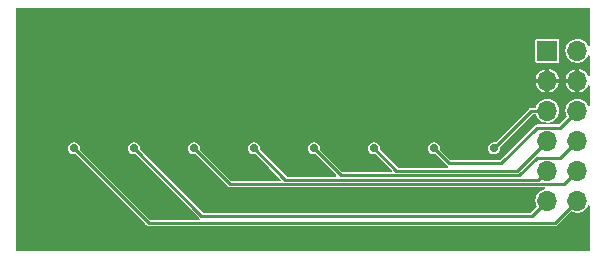
<source format=gbr>
G04 #@! TF.GenerationSoftware,KiCad,Pcbnew,6.0.9+dfsg-1*
G04 #@! TF.CreationDate,2022-11-16T11:07:49+08:00*
G04 #@! TF.ProjectId,io,696f2e6b-6963-4616-945f-706362585858,rev?*
G04 #@! TF.SameCoordinates,Original*
G04 #@! TF.FileFunction,Copper,L2,Bot*
G04 #@! TF.FilePolarity,Positive*
%FSLAX46Y46*%
G04 Gerber Fmt 4.6, Leading zero omitted, Abs format (unit mm)*
G04 Created by KiCad (PCBNEW 6.0.9+dfsg-1) date 2022-11-16 11:07:49*
%MOMM*%
%LPD*%
G01*
G04 APERTURE LIST*
G04 #@! TA.AperFunction,ComponentPad*
%ADD10R,1.700000X1.700000*%
G04 #@! TD*
G04 #@! TA.AperFunction,ComponentPad*
%ADD11O,1.700000X1.700000*%
G04 #@! TD*
G04 #@! TA.AperFunction,ViaPad*
%ADD12C,0.700000*%
G04 #@! TD*
G04 #@! TA.AperFunction,Conductor*
%ADD13C,0.228600*%
G04 #@! TD*
G04 APERTURE END LIST*
D10*
G04 #@! TO.P,J1,1,Pin_1*
G04 #@! TO.N,+3.3V*
X178500000Y-76200000D03*
D11*
G04 #@! TO.P,J1,2,Pin_2*
X181040000Y-76200000D03*
G04 #@! TO.P,J1,3,Pin_3*
G04 #@! TO.N,GND*
X178500000Y-78740000D03*
G04 #@! TO.P,J1,4,Pin_4*
X181040000Y-78740000D03*
G04 #@! TO.P,J1,5,Pin_5*
G04 #@! TO.N,L0_7*
X178500000Y-81280000D03*
G04 #@! TO.P,J1,6,Pin_6*
G04 #@! TO.N,L0_6*
X181040000Y-81280000D03*
G04 #@! TO.P,J1,7,Pin_7*
G04 #@! TO.N,L0_5*
X178500000Y-83820000D03*
G04 #@! TO.P,J1,8,Pin_8*
G04 #@! TO.N,L0_4*
X181040000Y-83820000D03*
G04 #@! TO.P,J1,9,Pin_9*
G04 #@! TO.N,L0_3*
X178500000Y-86360000D03*
G04 #@! TO.P,J1,10,Pin_10*
G04 #@! TO.N,L0_2*
X181040000Y-86360000D03*
G04 #@! TO.P,J1,11,Pin_11*
G04 #@! TO.N,L0_1*
X178500000Y-88900000D03*
G04 #@! TO.P,J1,12,Pin_12*
G04 #@! TO.N,L0_0*
X181040000Y-88900000D03*
G04 #@! TD*
D12*
G04 #@! TO.N,GND*
X147320000Y-92710000D03*
X167640000Y-92710000D03*
X157480000Y-92710000D03*
X179705000Y-73660000D03*
X180975000Y-92075000D03*
X179705000Y-92075000D03*
X178435000Y-92075000D03*
X137160000Y-92710000D03*
X180975000Y-73660000D03*
X142240000Y-92710000D03*
X162560000Y-92710000D03*
X178435000Y-73660000D03*
X152400000Y-92710000D03*
G04 #@! TO.N,L0_0*
X138430000Y-84455000D03*
G04 #@! TO.N,L0_1*
X143510000Y-84455000D03*
G04 #@! TO.N,L0_2*
X148590000Y-84455000D03*
G04 #@! TO.N,L0_3*
X153670000Y-84455000D03*
G04 #@! TO.N,L0_4*
X158750000Y-84455000D03*
G04 #@! TO.N,L0_5*
X163830000Y-84455000D03*
G04 #@! TO.N,L0_6*
X168910000Y-84455000D03*
G04 #@! TO.N,L0_7*
X173990000Y-84455000D03*
G04 #@! TD*
D13*
G04 #@! TO.N,L0_0*
X179135000Y-90805000D02*
X181040000Y-88900000D01*
X138430000Y-84455000D02*
X144780000Y-90805000D01*
X144780000Y-90805000D02*
X179135000Y-90805000D01*
G04 #@! TO.N,L0_1*
X178500000Y-88900000D02*
X177230000Y-90170000D01*
X149225000Y-90170000D02*
X143510000Y-84455000D01*
X177230000Y-90170000D02*
X149225000Y-90170000D01*
G04 #@! TO.N,L0_2*
X151636503Y-87501503D02*
X148590000Y-84455000D01*
X181040000Y-86360000D02*
X179898497Y-87501503D01*
X179898497Y-87501503D02*
X151636503Y-87501503D01*
G04 #@! TO.N,L0_3*
X177738998Y-87121002D02*
X178500000Y-86360000D01*
X153670000Y-84455000D02*
X156336002Y-87121002D01*
X156336002Y-87121002D02*
X177738998Y-87121002D01*
G04 #@! TO.N,L0_4*
X179616700Y-85243300D02*
X181040000Y-83820000D01*
X158750000Y-84455000D02*
X161035501Y-86740501D01*
X176117609Y-86740501D02*
X177614810Y-85243300D01*
X177614810Y-85243300D02*
X179616700Y-85243300D01*
X161035501Y-86740501D02*
X176117609Y-86740501D01*
G04 #@! TO.N,L0_5*
X163830000Y-84455000D02*
X165735000Y-86360000D01*
X165735000Y-86360000D02*
X175960000Y-86360000D01*
X175960000Y-86360000D02*
X178500000Y-83820000D01*
G04 #@! TO.N,L0_6*
X170180000Y-85725000D02*
X174625000Y-85725000D01*
X168910000Y-84455000D02*
X170180000Y-85725000D01*
X174625000Y-85725000D02*
X177646700Y-82703300D01*
X179616700Y-82703300D02*
X181040000Y-81280000D01*
X177646700Y-82703300D02*
X179616700Y-82703300D01*
G04 #@! TO.N,L0_7*
X173990000Y-84455000D02*
X177165000Y-81280000D01*
X177165000Y-81280000D02*
X178500000Y-81280000D01*
G04 #@! TD*
G04 #@! TA.AperFunction,Conductor*
G04 #@! TO.N,GND*
G36*
X182065238Y-72560493D02*
G01*
X182090958Y-72605042D01*
X182092100Y-72618100D01*
X182092100Y-75740777D01*
X182074507Y-75789115D01*
X182029958Y-75814835D01*
X181979300Y-75805902D01*
X181950502Y-75776081D01*
X181950255Y-75775617D01*
X181879379Y-75642318D01*
X181755072Y-75489903D01*
X181603528Y-75364535D01*
X181430520Y-75270990D01*
X181242637Y-75212830D01*
X181099832Y-75197821D01*
X181050690Y-75192656D01*
X181050689Y-75192656D01*
X181047035Y-75192272D01*
X180949101Y-75201184D01*
X180854824Y-75209764D01*
X180854823Y-75209764D01*
X180851166Y-75210097D01*
X180847641Y-75211134D01*
X180847638Y-75211135D01*
X180729440Y-75245923D01*
X180662489Y-75265628D01*
X180488192Y-75356748D01*
X180334912Y-75479988D01*
X180208489Y-75630653D01*
X180113739Y-75803004D01*
X180054269Y-75990476D01*
X180032345Y-76185930D01*
X180032653Y-76189598D01*
X180032653Y-76189601D01*
X180035889Y-76228138D01*
X180048803Y-76381919D01*
X180103015Y-76570979D01*
X180192916Y-76745908D01*
X180315083Y-76900044D01*
X180317877Y-76902422D01*
X180317878Y-76902423D01*
X180352691Y-76932051D01*
X180464862Y-77027516D01*
X180468063Y-77029305D01*
X180468066Y-77029307D01*
X180506656Y-77050874D01*
X180636547Y-77123467D01*
X180640044Y-77124603D01*
X180640048Y-77124605D01*
X180730755Y-77154077D01*
X180823600Y-77184244D01*
X180930984Y-77197049D01*
X181015237Y-77207096D01*
X181015239Y-77207096D01*
X181018895Y-77207532D01*
X181214994Y-77192443D01*
X181330354Y-77160234D01*
X181400883Y-77140542D01*
X181400885Y-77140541D01*
X181404428Y-77139552D01*
X181544727Y-77068682D01*
X181576697Y-77052533D01*
X181576698Y-77052532D01*
X181579981Y-77050874D01*
X181734966Y-76929786D01*
X181863480Y-76780901D01*
X181951515Y-76625933D01*
X181990688Y-76592594D01*
X182042126Y-76592235D01*
X182081761Y-76625024D01*
X182092100Y-76663078D01*
X182092100Y-78281843D01*
X182074507Y-78330181D01*
X182029958Y-78355901D01*
X181979300Y-78346968D01*
X181950502Y-78317147D01*
X181880684Y-78185839D01*
X181876639Y-78179751D01*
X181757041Y-78033109D01*
X181751878Y-78027910D01*
X181606078Y-77907294D01*
X181600016Y-77903205D01*
X181433557Y-77813201D01*
X181426813Y-77810366D01*
X181246047Y-77754410D01*
X181238880Y-77752939D01*
X181205587Y-77749440D01*
X181195100Y-77752055D01*
X181192400Y-77755771D01*
X181192400Y-79720421D01*
X181196097Y-79730578D01*
X181200403Y-79733064D01*
X181211238Y-79732230D01*
X181218449Y-79730959D01*
X181400701Y-79680073D01*
X181407534Y-79677422D01*
X181576428Y-79592108D01*
X181582611Y-79588184D01*
X181731720Y-79471687D01*
X181737023Y-79466637D01*
X181860664Y-79323397D01*
X181864889Y-79317408D01*
X181951514Y-79164921D01*
X181990687Y-79131581D01*
X182042126Y-79131222D01*
X182081761Y-79164011D01*
X182092100Y-79202065D01*
X182092100Y-80820777D01*
X182074507Y-80869115D01*
X182029958Y-80894835D01*
X181979300Y-80885902D01*
X181950502Y-80856081D01*
X181950255Y-80855617D01*
X181879379Y-80722318D01*
X181755072Y-80569903D01*
X181603528Y-80444535D01*
X181430520Y-80350990D01*
X181242637Y-80292830D01*
X181119766Y-80279916D01*
X181050690Y-80272656D01*
X181050689Y-80272656D01*
X181047035Y-80272272D01*
X180949101Y-80281184D01*
X180854824Y-80289764D01*
X180854823Y-80289764D01*
X180851166Y-80290097D01*
X180847641Y-80291134D01*
X180847638Y-80291135D01*
X180666019Y-80344589D01*
X180662489Y-80345628D01*
X180488192Y-80436748D01*
X180334912Y-80559988D01*
X180208489Y-80710653D01*
X180113739Y-80883004D01*
X180054269Y-81070476D01*
X180032345Y-81265930D01*
X180032653Y-81269598D01*
X180032653Y-81269601D01*
X180035889Y-81308138D01*
X180048803Y-81461919D01*
X180103015Y-81650979D01*
X180141813Y-81726473D01*
X180148260Y-81777505D01*
X180128103Y-81814019D01*
X179528048Y-82414074D01*
X179481428Y-82435814D01*
X179474874Y-82436100D01*
X178505588Y-82436100D01*
X178484775Y-82428525D01*
X178476236Y-82434113D01*
X178459064Y-82436100D01*
X177680425Y-82436100D01*
X177665754Y-82434655D01*
X177653965Y-82432310D01*
X177653964Y-82432310D01*
X177646700Y-82430865D01*
X177542443Y-82451603D01*
X177518257Y-82467764D01*
X177454059Y-82510659D01*
X177449946Y-82516815D01*
X177443263Y-82526817D01*
X177433910Y-82538213D01*
X174536348Y-85435774D01*
X174489728Y-85457514D01*
X174483174Y-85457800D01*
X170321825Y-85457800D01*
X170273487Y-85440207D01*
X170268651Y-85435774D01*
X169428396Y-84595518D01*
X169406656Y-84548898D01*
X169407412Y-84529868D01*
X169417436Y-84470283D01*
X169417919Y-84467413D01*
X169418071Y-84455000D01*
X169417659Y-84452120D01*
X169417183Y-84448793D01*
X173481967Y-84448793D01*
X173482661Y-84454100D01*
X173482661Y-84454103D01*
X173483159Y-84457909D01*
X173500645Y-84591630D01*
X173558662Y-84723484D01*
X173562107Y-84727582D01*
X173562108Y-84727584D01*
X173575138Y-84743085D01*
X173651354Y-84833755D01*
X173771270Y-84913577D01*
X173908769Y-84956535D01*
X173982871Y-84957893D01*
X174047436Y-84959077D01*
X174047438Y-84959077D01*
X174052798Y-84959175D01*
X174057969Y-84957765D01*
X174057971Y-84957765D01*
X174133695Y-84937120D01*
X174191779Y-84921285D01*
X174286217Y-84863300D01*
X174309970Y-84848716D01*
X174309973Y-84848714D01*
X174314539Y-84845910D01*
X174332354Y-84826229D01*
X174407612Y-84743085D01*
X174411210Y-84739110D01*
X174416795Y-84727584D01*
X174471682Y-84614296D01*
X174471682Y-84614295D01*
X174474020Y-84609470D01*
X174497919Y-84467413D01*
X174498071Y-84455000D01*
X174497183Y-84448793D01*
X174487094Y-84378353D01*
X174497657Y-84328009D01*
X174508360Y-84314518D01*
X177253652Y-81569226D01*
X177300272Y-81547486D01*
X177306826Y-81547200D01*
X177476590Y-81547200D01*
X177524928Y-81564793D01*
X177548877Y-81601672D01*
X177563015Y-81650979D01*
X177652916Y-81825908D01*
X177775083Y-81980044D01*
X177777877Y-81982422D01*
X177777878Y-81982423D01*
X177812691Y-82012051D01*
X177924862Y-82107516D01*
X177928063Y-82109305D01*
X177928066Y-82109307D01*
X177966656Y-82130874D01*
X178096547Y-82203467D01*
X178100044Y-82204603D01*
X178100048Y-82204605D01*
X178192615Y-82234681D01*
X178283600Y-82264244D01*
X178467968Y-82286229D01*
X178478376Y-82291487D01*
X178479868Y-82290235D01*
X178499819Y-82285922D01*
X178509704Y-82285161D01*
X178674994Y-82272443D01*
X178789061Y-82240595D01*
X178860883Y-82220542D01*
X178860885Y-82220541D01*
X178864428Y-82219552D01*
X179039981Y-82130874D01*
X179194966Y-82009786D01*
X179323480Y-81860901D01*
X179399847Y-81726471D01*
X179418810Y-81693091D01*
X179418812Y-81693088D01*
X179420628Y-81689890D01*
X179482710Y-81503266D01*
X179507360Y-81308138D01*
X179507753Y-81280000D01*
X179507548Y-81277907D01*
X179488921Y-81087927D01*
X179488920Y-81087922D01*
X179488561Y-81084260D01*
X179431714Y-80895975D01*
X179339379Y-80722318D01*
X179215072Y-80569903D01*
X179063528Y-80444535D01*
X178890520Y-80350990D01*
X178702637Y-80292830D01*
X178579766Y-80279916D01*
X178510690Y-80272656D01*
X178510689Y-80272656D01*
X178507035Y-80272272D01*
X178409101Y-80281184D01*
X178314824Y-80289764D01*
X178314823Y-80289764D01*
X178311166Y-80290097D01*
X178307641Y-80291134D01*
X178307638Y-80291135D01*
X178126019Y-80344589D01*
X178122489Y-80345628D01*
X177948192Y-80436748D01*
X177794912Y-80559988D01*
X177668489Y-80710653D01*
X177573739Y-80883004D01*
X177569986Y-80894835D01*
X177549207Y-80960338D01*
X177517821Y-81001094D01*
X177477527Y-81012800D01*
X177198725Y-81012800D01*
X177184054Y-81011355D01*
X177172265Y-81009010D01*
X177172264Y-81009010D01*
X177165000Y-81007565D01*
X177060743Y-81028303D01*
X177007254Y-81064044D01*
X177007252Y-81064045D01*
X176982279Y-81080731D01*
X176972359Y-81087359D01*
X176968246Y-81093515D01*
X176961565Y-81103514D01*
X176952212Y-81114910D01*
X174134309Y-83932813D01*
X174087689Y-83954553D01*
X174070135Y-83954017D01*
X174065098Y-83952510D01*
X174059746Y-83952477D01*
X174059744Y-83952477D01*
X173992370Y-83952066D01*
X173921047Y-83951630D01*
X173915897Y-83953102D01*
X173915896Y-83953102D01*
X173910819Y-83954553D01*
X173782539Y-83991215D01*
X173778013Y-83994071D01*
X173778010Y-83994072D01*
X173700043Y-84043266D01*
X173660709Y-84068084D01*
X173653550Y-84076190D01*
X173568897Y-84172041D01*
X173568895Y-84172044D01*
X173565351Y-84176057D01*
X173504129Y-84306454D01*
X173481967Y-84448793D01*
X169417183Y-84448793D01*
X169398409Y-84317704D01*
X169398408Y-84317700D01*
X169397649Y-84312401D01*
X169338026Y-84181266D01*
X169333538Y-84176057D01*
X169247487Y-84076190D01*
X169247484Y-84076187D01*
X169243993Y-84072136D01*
X169239502Y-84069225D01*
X169127604Y-83996697D01*
X169127603Y-83996697D01*
X169123111Y-83993785D01*
X169046912Y-83970997D01*
X168990232Y-83954045D01*
X168990229Y-83954045D01*
X168985098Y-83952510D01*
X168979743Y-83952477D01*
X168979741Y-83952477D01*
X168914524Y-83952079D01*
X168841047Y-83951630D01*
X168835897Y-83953102D01*
X168835896Y-83953102D01*
X168830819Y-83954553D01*
X168702539Y-83991215D01*
X168698013Y-83994071D01*
X168698010Y-83994072D01*
X168620043Y-84043266D01*
X168580709Y-84068084D01*
X168573550Y-84076190D01*
X168488897Y-84172041D01*
X168488895Y-84172044D01*
X168485351Y-84176057D01*
X168424129Y-84306454D01*
X168401967Y-84448793D01*
X168402661Y-84454100D01*
X168402661Y-84454103D01*
X168403159Y-84457909D01*
X168420645Y-84591630D01*
X168478662Y-84723484D01*
X168482107Y-84727582D01*
X168482108Y-84727584D01*
X168495138Y-84743085D01*
X168571354Y-84833755D01*
X168691270Y-84913577D01*
X168828769Y-84956535D01*
X168902871Y-84957893D01*
X168967436Y-84959077D01*
X168967438Y-84959077D01*
X168972798Y-84959175D01*
X168980024Y-84957205D01*
X168980593Y-84957050D01*
X168982463Y-84957205D01*
X168983284Y-84957103D01*
X168983305Y-84957275D01*
X169031856Y-84961308D01*
X169053549Y-84976427D01*
X169967210Y-85890087D01*
X169976562Y-85901482D01*
X169987359Y-85917641D01*
X169993516Y-85921755D01*
X170043381Y-85955073D01*
X170073799Y-85996556D01*
X170070435Y-86047886D01*
X170034864Y-86085045D01*
X170001603Y-86092800D01*
X165876826Y-86092800D01*
X165828488Y-86075207D01*
X165823652Y-86070774D01*
X164348396Y-84595518D01*
X164326656Y-84548898D01*
X164327412Y-84529868D01*
X164337436Y-84470283D01*
X164337919Y-84467413D01*
X164338071Y-84455000D01*
X164337659Y-84452120D01*
X164318409Y-84317704D01*
X164318408Y-84317700D01*
X164317649Y-84312401D01*
X164258026Y-84181266D01*
X164253538Y-84176057D01*
X164167487Y-84076190D01*
X164167484Y-84076187D01*
X164163993Y-84072136D01*
X164159502Y-84069225D01*
X164047604Y-83996697D01*
X164047603Y-83996697D01*
X164043111Y-83993785D01*
X163966912Y-83970997D01*
X163910232Y-83954045D01*
X163910229Y-83954045D01*
X163905098Y-83952510D01*
X163899743Y-83952477D01*
X163899741Y-83952477D01*
X163834524Y-83952079D01*
X163761047Y-83951630D01*
X163755897Y-83953102D01*
X163755896Y-83953102D01*
X163750819Y-83954553D01*
X163622539Y-83991215D01*
X163618013Y-83994071D01*
X163618010Y-83994072D01*
X163540043Y-84043266D01*
X163500709Y-84068084D01*
X163493550Y-84076190D01*
X163408897Y-84172041D01*
X163408895Y-84172044D01*
X163405351Y-84176057D01*
X163344129Y-84306454D01*
X163321967Y-84448793D01*
X163322661Y-84454100D01*
X163322661Y-84454103D01*
X163323159Y-84457909D01*
X163340645Y-84591630D01*
X163398662Y-84723484D01*
X163402107Y-84727582D01*
X163402108Y-84727584D01*
X163415138Y-84743085D01*
X163491354Y-84833755D01*
X163611270Y-84913577D01*
X163748769Y-84956535D01*
X163822871Y-84957893D01*
X163887436Y-84959077D01*
X163887438Y-84959077D01*
X163892798Y-84959175D01*
X163900024Y-84957205D01*
X163900593Y-84957050D01*
X163902463Y-84957205D01*
X163903284Y-84957103D01*
X163903305Y-84957275D01*
X163951856Y-84961308D01*
X163973549Y-84976427D01*
X165342049Y-86344927D01*
X165363789Y-86391547D01*
X165350475Y-86441234D01*
X165308338Y-86470739D01*
X165288875Y-86473301D01*
X161177327Y-86473301D01*
X161128989Y-86455708D01*
X161124153Y-86451275D01*
X159268396Y-84595518D01*
X159246656Y-84548898D01*
X159247412Y-84529868D01*
X159257436Y-84470283D01*
X159257919Y-84467413D01*
X159258071Y-84455000D01*
X159257659Y-84452120D01*
X159238409Y-84317704D01*
X159238408Y-84317700D01*
X159237649Y-84312401D01*
X159178026Y-84181266D01*
X159173538Y-84176057D01*
X159087487Y-84076190D01*
X159087484Y-84076187D01*
X159083993Y-84072136D01*
X159079502Y-84069225D01*
X158967604Y-83996697D01*
X158967603Y-83996697D01*
X158963111Y-83993785D01*
X158886912Y-83970997D01*
X158830232Y-83954045D01*
X158830229Y-83954045D01*
X158825098Y-83952510D01*
X158819743Y-83952477D01*
X158819741Y-83952477D01*
X158754524Y-83952079D01*
X158681047Y-83951630D01*
X158675897Y-83953102D01*
X158675896Y-83953102D01*
X158670819Y-83954553D01*
X158542539Y-83991215D01*
X158538013Y-83994071D01*
X158538010Y-83994072D01*
X158460043Y-84043266D01*
X158420709Y-84068084D01*
X158413550Y-84076190D01*
X158328897Y-84172041D01*
X158328895Y-84172044D01*
X158325351Y-84176057D01*
X158264129Y-84306454D01*
X158241967Y-84448793D01*
X158242661Y-84454100D01*
X158242661Y-84454103D01*
X158243159Y-84457909D01*
X158260645Y-84591630D01*
X158318662Y-84723484D01*
X158322107Y-84727582D01*
X158322108Y-84727584D01*
X158335138Y-84743085D01*
X158411354Y-84833755D01*
X158531270Y-84913577D01*
X158668769Y-84956535D01*
X158742871Y-84957893D01*
X158807436Y-84959077D01*
X158807438Y-84959077D01*
X158812798Y-84959175D01*
X158820024Y-84957205D01*
X158820593Y-84957050D01*
X158822463Y-84957205D01*
X158823284Y-84957103D01*
X158823305Y-84957275D01*
X158871856Y-84961308D01*
X158893549Y-84976427D01*
X160642550Y-86725428D01*
X160664290Y-86772048D01*
X160650976Y-86821735D01*
X160608839Y-86851240D01*
X160589376Y-86853802D01*
X156477827Y-86853802D01*
X156429489Y-86836209D01*
X156424653Y-86831776D01*
X154188396Y-84595518D01*
X154166656Y-84548898D01*
X154167412Y-84529868D01*
X154177436Y-84470283D01*
X154177919Y-84467413D01*
X154178071Y-84455000D01*
X154177659Y-84452120D01*
X154158409Y-84317704D01*
X154158408Y-84317700D01*
X154157649Y-84312401D01*
X154098026Y-84181266D01*
X154093538Y-84176057D01*
X154007487Y-84076190D01*
X154007484Y-84076187D01*
X154003993Y-84072136D01*
X153999502Y-84069225D01*
X153887604Y-83996697D01*
X153887603Y-83996697D01*
X153883111Y-83993785D01*
X153806912Y-83970997D01*
X153750232Y-83954045D01*
X153750229Y-83954045D01*
X153745098Y-83952510D01*
X153739743Y-83952477D01*
X153739741Y-83952477D01*
X153674524Y-83952079D01*
X153601047Y-83951630D01*
X153595897Y-83953102D01*
X153595896Y-83953102D01*
X153590819Y-83954553D01*
X153462539Y-83991215D01*
X153458013Y-83994071D01*
X153458010Y-83994072D01*
X153380043Y-84043266D01*
X153340709Y-84068084D01*
X153333550Y-84076190D01*
X153248897Y-84172041D01*
X153248895Y-84172044D01*
X153245351Y-84176057D01*
X153184129Y-84306454D01*
X153161967Y-84448793D01*
X153162661Y-84454100D01*
X153162661Y-84454103D01*
X153163159Y-84457909D01*
X153180645Y-84591630D01*
X153238662Y-84723484D01*
X153242107Y-84727582D01*
X153242108Y-84727584D01*
X153255138Y-84743085D01*
X153331354Y-84833755D01*
X153451270Y-84913577D01*
X153588769Y-84956535D01*
X153662871Y-84957893D01*
X153727436Y-84959077D01*
X153727438Y-84959077D01*
X153732798Y-84959175D01*
X153740024Y-84957205D01*
X153740593Y-84957050D01*
X153742463Y-84957205D01*
X153743284Y-84957103D01*
X153743305Y-84957275D01*
X153791856Y-84961308D01*
X153813549Y-84976427D01*
X154922168Y-86085045D01*
X155943052Y-87105929D01*
X155964792Y-87152549D01*
X155951478Y-87202236D01*
X155909341Y-87231741D01*
X155889878Y-87234303D01*
X151778329Y-87234303D01*
X151729991Y-87216710D01*
X151725155Y-87212277D01*
X149108396Y-84595518D01*
X149086656Y-84548898D01*
X149087412Y-84529868D01*
X149097436Y-84470283D01*
X149097919Y-84467413D01*
X149098071Y-84455000D01*
X149097659Y-84452120D01*
X149078409Y-84317704D01*
X149078408Y-84317700D01*
X149077649Y-84312401D01*
X149018026Y-84181266D01*
X149013538Y-84176057D01*
X148927487Y-84076190D01*
X148927484Y-84076187D01*
X148923993Y-84072136D01*
X148919502Y-84069225D01*
X148807604Y-83996697D01*
X148807603Y-83996697D01*
X148803111Y-83993785D01*
X148726912Y-83970997D01*
X148670232Y-83954045D01*
X148670229Y-83954045D01*
X148665098Y-83952510D01*
X148659743Y-83952477D01*
X148659741Y-83952477D01*
X148594524Y-83952079D01*
X148521047Y-83951630D01*
X148515897Y-83953102D01*
X148515896Y-83953102D01*
X148510819Y-83954553D01*
X148382539Y-83991215D01*
X148378013Y-83994071D01*
X148378010Y-83994072D01*
X148300043Y-84043266D01*
X148260709Y-84068084D01*
X148253550Y-84076190D01*
X148168897Y-84172041D01*
X148168895Y-84172044D01*
X148165351Y-84176057D01*
X148104129Y-84306454D01*
X148081967Y-84448793D01*
X148082661Y-84454100D01*
X148082661Y-84454103D01*
X148083159Y-84457909D01*
X148100645Y-84591630D01*
X148158662Y-84723484D01*
X148162107Y-84727582D01*
X148162108Y-84727584D01*
X148175138Y-84743085D01*
X148251354Y-84833755D01*
X148371270Y-84913577D01*
X148508769Y-84956535D01*
X148582871Y-84957893D01*
X148647436Y-84959077D01*
X148647438Y-84959077D01*
X148652798Y-84959175D01*
X148660024Y-84957205D01*
X148660593Y-84957050D01*
X148662463Y-84957205D01*
X148663284Y-84957103D01*
X148663305Y-84957275D01*
X148711856Y-84961308D01*
X148733549Y-84976427D01*
X151423715Y-87666593D01*
X151433067Y-87677988D01*
X151443862Y-87694144D01*
X151466174Y-87709052D01*
X151532247Y-87753200D01*
X151539507Y-87754644D01*
X151539509Y-87754645D01*
X151629239Y-87772494D01*
X151636503Y-87773939D01*
X151643767Y-87772494D01*
X151655561Y-87770148D01*
X151670232Y-87768703D01*
X178269731Y-87768703D01*
X178318069Y-87786296D01*
X178343789Y-87830845D01*
X178334856Y-87881503D01*
X178290963Y-87916043D01*
X178122489Y-87965628D01*
X177948192Y-88056748D01*
X177794912Y-88179988D01*
X177668489Y-88330653D01*
X177573739Y-88503004D01*
X177514269Y-88690476D01*
X177492345Y-88885930D01*
X177492653Y-88889598D01*
X177492653Y-88889601D01*
X177495889Y-88928138D01*
X177508803Y-89081919D01*
X177563015Y-89270979D01*
X177601813Y-89346473D01*
X177608260Y-89397505D01*
X177588103Y-89434019D01*
X177141348Y-89880774D01*
X177094728Y-89902514D01*
X177088174Y-89902800D01*
X149366826Y-89902800D01*
X149318488Y-89885207D01*
X149313652Y-89880774D01*
X144028396Y-84595518D01*
X144006656Y-84548898D01*
X144007412Y-84529868D01*
X144017436Y-84470283D01*
X144017919Y-84467413D01*
X144018071Y-84455000D01*
X144017659Y-84452120D01*
X143998409Y-84317704D01*
X143998408Y-84317700D01*
X143997649Y-84312401D01*
X143938026Y-84181266D01*
X143933538Y-84176057D01*
X143847487Y-84076190D01*
X143847484Y-84076187D01*
X143843993Y-84072136D01*
X143839502Y-84069225D01*
X143727604Y-83996697D01*
X143727603Y-83996697D01*
X143723111Y-83993785D01*
X143646912Y-83970997D01*
X143590232Y-83954045D01*
X143590229Y-83954045D01*
X143585098Y-83952510D01*
X143579743Y-83952477D01*
X143579741Y-83952477D01*
X143514524Y-83952079D01*
X143441047Y-83951630D01*
X143435897Y-83953102D01*
X143435896Y-83953102D01*
X143430819Y-83954553D01*
X143302539Y-83991215D01*
X143298013Y-83994071D01*
X143298010Y-83994072D01*
X143220043Y-84043266D01*
X143180709Y-84068084D01*
X143173550Y-84076190D01*
X143088897Y-84172041D01*
X143088895Y-84172044D01*
X143085351Y-84176057D01*
X143024129Y-84306454D01*
X143001967Y-84448793D01*
X143002661Y-84454100D01*
X143002661Y-84454103D01*
X143003159Y-84457909D01*
X143020645Y-84591630D01*
X143078662Y-84723484D01*
X143082107Y-84727582D01*
X143082108Y-84727584D01*
X143095138Y-84743085D01*
X143171354Y-84833755D01*
X143291270Y-84913577D01*
X143428769Y-84956535D01*
X143502871Y-84957893D01*
X143567436Y-84959077D01*
X143567438Y-84959077D01*
X143572798Y-84959175D01*
X143580024Y-84957205D01*
X143580593Y-84957050D01*
X143582463Y-84957205D01*
X143583284Y-84957103D01*
X143583305Y-84957275D01*
X143631856Y-84961308D01*
X143653549Y-84976427D01*
X149012212Y-90335090D01*
X149021562Y-90346482D01*
X149032359Y-90362641D01*
X149038516Y-90366755D01*
X149054671Y-90377549D01*
X149088381Y-90400073D01*
X149118798Y-90441556D01*
X149115435Y-90492886D01*
X149079864Y-90530044D01*
X149046603Y-90537800D01*
X144921825Y-90537800D01*
X144873487Y-90520207D01*
X144868651Y-90515774D01*
X138948396Y-84595518D01*
X138926656Y-84548898D01*
X138927412Y-84529868D01*
X138937436Y-84470283D01*
X138937919Y-84467413D01*
X138938071Y-84455000D01*
X138937659Y-84452120D01*
X138918409Y-84317704D01*
X138918408Y-84317700D01*
X138917649Y-84312401D01*
X138858026Y-84181266D01*
X138853538Y-84176057D01*
X138767487Y-84076190D01*
X138767484Y-84076187D01*
X138763993Y-84072136D01*
X138759502Y-84069225D01*
X138647604Y-83996697D01*
X138647603Y-83996697D01*
X138643111Y-83993785D01*
X138566912Y-83970997D01*
X138510232Y-83954045D01*
X138510229Y-83954045D01*
X138505098Y-83952510D01*
X138499743Y-83952477D01*
X138499741Y-83952477D01*
X138434524Y-83952079D01*
X138361047Y-83951630D01*
X138355897Y-83953102D01*
X138355896Y-83953102D01*
X138350819Y-83954553D01*
X138222539Y-83991215D01*
X138218013Y-83994071D01*
X138218010Y-83994072D01*
X138140043Y-84043266D01*
X138100709Y-84068084D01*
X138093550Y-84076190D01*
X138008897Y-84172041D01*
X138008895Y-84172044D01*
X138005351Y-84176057D01*
X137944129Y-84306454D01*
X137921967Y-84448793D01*
X137922661Y-84454100D01*
X137922661Y-84454103D01*
X137923159Y-84457909D01*
X137940645Y-84591630D01*
X137998662Y-84723484D01*
X138002107Y-84727582D01*
X138002108Y-84727584D01*
X138015138Y-84743085D01*
X138091354Y-84833755D01*
X138211270Y-84913577D01*
X138348769Y-84956535D01*
X138422871Y-84957893D01*
X138487436Y-84959077D01*
X138487438Y-84959077D01*
X138492798Y-84959175D01*
X138500024Y-84957205D01*
X138500593Y-84957050D01*
X138502463Y-84957205D01*
X138503284Y-84957103D01*
X138503305Y-84957275D01*
X138551856Y-84961308D01*
X138573549Y-84976427D01*
X144567210Y-90970087D01*
X144576562Y-90981482D01*
X144587359Y-90997641D01*
X144651557Y-91040536D01*
X144675743Y-91056697D01*
X144780000Y-91077435D01*
X144787264Y-91075990D01*
X144787265Y-91075990D01*
X144799054Y-91073645D01*
X144813725Y-91072200D01*
X179101271Y-91072200D01*
X179115942Y-91073645D01*
X179135000Y-91077436D01*
X179142264Y-91075991D01*
X179231993Y-91058142D01*
X179239257Y-91056697D01*
X179305329Y-91012549D01*
X179327641Y-90997641D01*
X179338437Y-90981483D01*
X179347788Y-90970090D01*
X180505153Y-89812725D01*
X180551773Y-89790985D01*
X180595014Y-89800255D01*
X180636547Y-89823467D01*
X180640044Y-89824603D01*
X180640048Y-89824605D01*
X180732615Y-89854681D01*
X180823600Y-89884244D01*
X180930984Y-89897049D01*
X181015237Y-89907096D01*
X181015239Y-89907096D01*
X181018895Y-89907532D01*
X181214994Y-89892443D01*
X181329061Y-89860595D01*
X181400883Y-89840542D01*
X181400885Y-89840541D01*
X181404428Y-89839552D01*
X181579981Y-89750874D01*
X181734966Y-89629786D01*
X181863480Y-89480901D01*
X181951515Y-89325933D01*
X181990688Y-89292594D01*
X182042126Y-89292235D01*
X182081761Y-89325024D01*
X182092100Y-89363078D01*
X182092100Y-93116900D01*
X182074507Y-93165238D01*
X182029958Y-93190958D01*
X182016900Y-93192100D01*
X133578100Y-93192100D01*
X133529762Y-93174507D01*
X133504042Y-93129958D01*
X133502900Y-93116900D01*
X133502900Y-78900318D01*
X177507492Y-78900318D01*
X177508990Y-78918160D01*
X177510312Y-78925364D01*
X177562470Y-79107261D01*
X177565164Y-79114063D01*
X177651657Y-79282363D01*
X177655623Y-79288518D01*
X177773164Y-79436817D01*
X177778240Y-79442074D01*
X177922355Y-79564725D01*
X177928353Y-79568894D01*
X178093537Y-79661211D01*
X178100250Y-79664144D01*
X178280210Y-79722616D01*
X178287358Y-79724188D01*
X178334434Y-79729802D01*
X178344957Y-79727334D01*
X178347600Y-79723801D01*
X178347600Y-79720421D01*
X178652400Y-79720421D01*
X178656097Y-79730578D01*
X178660403Y-79733064D01*
X178671238Y-79732230D01*
X178678449Y-79730959D01*
X178860701Y-79680073D01*
X178867534Y-79677422D01*
X179036428Y-79592108D01*
X179042611Y-79588184D01*
X179191720Y-79471687D01*
X179197023Y-79466637D01*
X179320664Y-79323397D01*
X179324886Y-79317412D01*
X179418354Y-79152880D01*
X179421328Y-79146200D01*
X179481059Y-78966641D01*
X179482680Y-78959508D01*
X179489495Y-78905556D01*
X179488305Y-78900318D01*
X180047492Y-78900318D01*
X180048990Y-78918160D01*
X180050312Y-78925364D01*
X180102470Y-79107261D01*
X180105164Y-79114063D01*
X180191657Y-79282363D01*
X180195623Y-79288518D01*
X180313164Y-79436817D01*
X180318240Y-79442074D01*
X180462355Y-79564725D01*
X180468353Y-79568894D01*
X180633537Y-79661211D01*
X180640250Y-79664144D01*
X180820210Y-79722616D01*
X180827358Y-79724188D01*
X180874434Y-79729802D01*
X180884957Y-79727334D01*
X180887600Y-79723801D01*
X180887600Y-78905659D01*
X180883903Y-78895502D01*
X180878531Y-78892400D01*
X180060086Y-78892400D01*
X180049929Y-78896097D01*
X180047492Y-78900318D01*
X179488305Y-78900318D01*
X179487100Y-78895014D01*
X179483656Y-78892400D01*
X178665659Y-78892400D01*
X178655502Y-78896097D01*
X178652400Y-78901469D01*
X178652400Y-79720421D01*
X178347600Y-79720421D01*
X178347600Y-78905659D01*
X178343903Y-78895502D01*
X178338531Y-78892400D01*
X177520086Y-78892400D01*
X177509929Y-78896097D01*
X177507492Y-78900318D01*
X133502900Y-78900318D01*
X133502900Y-78574421D01*
X177509843Y-78574421D01*
X177512386Y-78584930D01*
X177516007Y-78587600D01*
X178334341Y-78587600D01*
X178344498Y-78583903D01*
X178347600Y-78578531D01*
X178347600Y-78574341D01*
X178652400Y-78574341D01*
X178656097Y-78584498D01*
X178661469Y-78587600D01*
X179479048Y-78587600D01*
X179489205Y-78583903D01*
X179491547Y-78579847D01*
X179491015Y-78574421D01*
X180049843Y-78574421D01*
X180052386Y-78584930D01*
X180056007Y-78587600D01*
X180874341Y-78587600D01*
X180884498Y-78583903D01*
X180887600Y-78578531D01*
X180887600Y-77760543D01*
X180883903Y-77750386D01*
X180879766Y-77747997D01*
X180854918Y-77750258D01*
X180847732Y-77751629D01*
X180666208Y-77805055D01*
X180659421Y-77807797D01*
X180491721Y-77895468D01*
X180485603Y-77899472D01*
X180338128Y-78018044D01*
X180332903Y-78023161D01*
X180211266Y-78168122D01*
X180207132Y-78174160D01*
X180115975Y-78339975D01*
X180113088Y-78346711D01*
X180055874Y-78527074D01*
X180054351Y-78534239D01*
X180049843Y-78574421D01*
X179491015Y-78574421D01*
X179488427Y-78548024D01*
X179487001Y-78540828D01*
X179432312Y-78359688D01*
X179429524Y-78352922D01*
X179340684Y-78185839D01*
X179336639Y-78179751D01*
X179217041Y-78033109D01*
X179211878Y-78027910D01*
X179066078Y-77907294D01*
X179060016Y-77903205D01*
X178893557Y-77813201D01*
X178886813Y-77810366D01*
X178706047Y-77754410D01*
X178698880Y-77752939D01*
X178665587Y-77749440D01*
X178655100Y-77752055D01*
X178652400Y-77755771D01*
X178652400Y-78574341D01*
X178347600Y-78574341D01*
X178347600Y-77760543D01*
X178343903Y-77750386D01*
X178339766Y-77747997D01*
X178314918Y-77750258D01*
X178307732Y-77751629D01*
X178126208Y-77805055D01*
X178119421Y-77807797D01*
X177951721Y-77895468D01*
X177945603Y-77899472D01*
X177798128Y-78018044D01*
X177792903Y-78023161D01*
X177671266Y-78168122D01*
X177667132Y-78174160D01*
X177575975Y-78339975D01*
X177573088Y-78346711D01*
X177515874Y-78527074D01*
X177514351Y-78534239D01*
X177509843Y-78574421D01*
X133502900Y-78574421D01*
X133502900Y-75334943D01*
X177497100Y-75334943D01*
X177497101Y-77065056D01*
X177505972Y-77109658D01*
X177539766Y-77160234D01*
X177545923Y-77164348D01*
X177584183Y-77189913D01*
X177584184Y-77189914D01*
X177590342Y-77194028D01*
X177634943Y-77202900D01*
X178499882Y-77202900D01*
X179365056Y-77202899D01*
X179409658Y-77194028D01*
X179460234Y-77160234D01*
X179484801Y-77123467D01*
X179489913Y-77115817D01*
X179489914Y-77115816D01*
X179494028Y-77109658D01*
X179502900Y-77065057D01*
X179502899Y-75334944D01*
X179494028Y-75290342D01*
X179460234Y-75239766D01*
X179454077Y-75235652D01*
X179415817Y-75210087D01*
X179415816Y-75210086D01*
X179409658Y-75205972D01*
X179365057Y-75197100D01*
X178500118Y-75197100D01*
X177634944Y-75197101D01*
X177590342Y-75205972D01*
X177539766Y-75239766D01*
X177535652Y-75245923D01*
X177517735Y-75272738D01*
X177505972Y-75290342D01*
X177497100Y-75334943D01*
X133502900Y-75334943D01*
X133502900Y-72618100D01*
X133520493Y-72569762D01*
X133565042Y-72544042D01*
X133578100Y-72542900D01*
X182016900Y-72542900D01*
X182065238Y-72560493D01*
G37*
G04 #@! TD.AperFunction*
G04 #@! TD*
M02*

</source>
